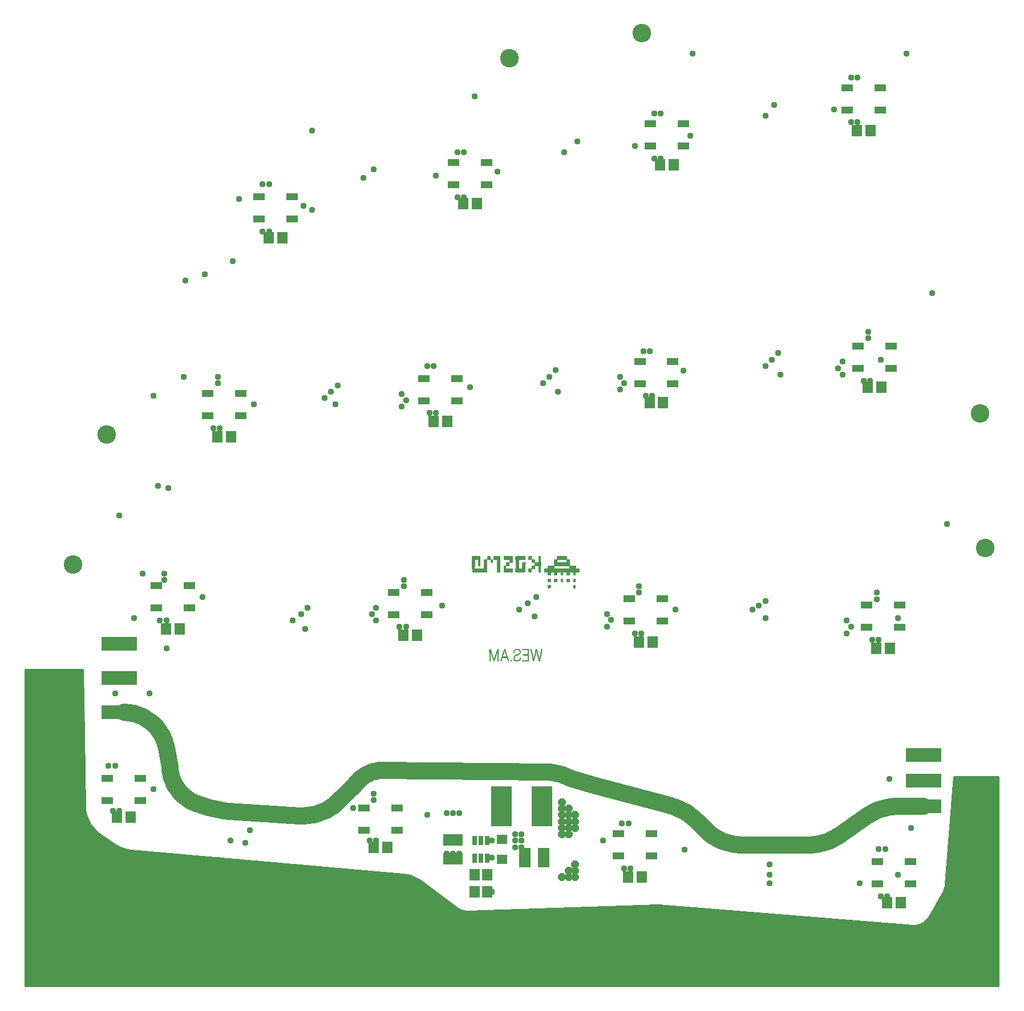
<source format=gbs>
G75*
G70*
%OFA0B0*%
%FSLAX24Y24*%
%IPPOS*%
%LPD*%
%AMOC8*
5,1,8,0,0,1.08239X$1,22.5*
%
%ADD10C,0.1080*%
%ADD11C,0.0100*%
%ADD12C,0.1000*%
%ADD13R,0.0160X0.0010*%
%ADD14R,0.0210X0.0010*%
%ADD15R,0.0170X0.0010*%
%ADD16R,0.2040X0.0010*%
%ADD17R,0.0120X0.0010*%
%ADD18R,0.0130X0.0010*%
%ADD19R,0.0500X0.0010*%
%ADD20R,0.0540X0.0010*%
%ADD21R,0.0880X0.0010*%
%ADD22R,0.0590X0.0010*%
%ADD23R,0.0370X0.0010*%
%ADD24R,0.0920X0.0010*%
%ADD25R,0.0580X0.0010*%
%ADD26R,0.0380X0.0010*%
%ADD27R,0.0550X0.0010*%
%ADD28R,0.0340X0.0010*%
%ADD29R,0.0010X0.0010*%
%ADD30R,0.0070X0.0010*%
%ADD31R,0.0050X0.0010*%
%ADD32R,0.0060X0.0010*%
%ADD33R,0.0040X0.0010*%
%ADD34R,0.0230X0.0010*%
%ADD35R,0.0260X0.0010*%
%ADD36R,0.0280X0.0010*%
%ADD37R,0.0080X0.0010*%
%ADD38R,0.0110X0.0010*%
%ADD39R,0.0100X0.0010*%
%ADD40R,0.0090X0.0010*%
%ADD41R,0.0360X0.0010*%
%ADD42R,0.0030X0.0010*%
%ADD43R,0.0350X0.0010*%
%ADD44R,0.0150X0.0010*%
%ADD45R,0.0330X0.0010*%
%ADD46R,0.0240X0.0010*%
%ADD47R,0.0671X0.0434*%
%ADD48R,0.0592X0.0710*%
%ADD49R,0.2080X0.0800*%
%ADD50R,0.0297X0.0552*%
%ADD51R,0.1222X0.2324*%
%ADD52R,0.0631X0.0552*%
%ADD53R,0.0710X0.1143*%
%ADD54R,0.1143X0.0710*%
%ADD55OC8,0.0358*%
%ADD56OC8,0.0437*%
%ADD57OC8,0.0476*%
D10*
X026281Y004583D03*
X034113Y003716D03*
X058744Y026747D03*
X058444Y034613D03*
X038680Y056844D03*
X030947Y055378D03*
X007416Y033380D03*
X005450Y025781D03*
D11*
X002650Y019650D02*
X002650Y001150D01*
X059525Y001150D01*
X059525Y013400D01*
X056900Y013400D01*
X056417Y007118D01*
X056396Y006976D01*
X056354Y006839D01*
X056294Y006709D01*
X055463Y005213D01*
X055385Y005093D01*
X055290Y004986D01*
X055181Y004893D01*
X055061Y004817D01*
X054930Y004759D01*
X054793Y004720D01*
X054651Y004700D01*
X054508Y004702D01*
X039650Y005900D01*
X028497Y005536D01*
X028364Y005541D01*
X028232Y005563D01*
X028104Y005603D01*
X027983Y005660D01*
X027870Y005732D01*
X025727Y007316D01*
X025544Y007436D01*
X025349Y007536D01*
X025144Y007613D01*
X024932Y007668D01*
X024714Y007699D01*
X008812Y009103D01*
X008604Y009132D01*
X008399Y009183D01*
X008202Y009256D01*
X008013Y009349D01*
X007835Y009461D01*
X006982Y010063D01*
X006798Y010209D01*
X006633Y010377D01*
X006488Y010563D01*
X006366Y010764D01*
X006269Y010978D01*
X006198Y011203D01*
X006153Y011434D01*
X006136Y011669D01*
X006025Y019650D01*
X002650Y019650D01*
X002650Y019577D02*
X006026Y019577D01*
X006027Y019479D02*
X002650Y019479D01*
X002650Y019380D02*
X006029Y019380D01*
X006030Y019282D02*
X002650Y019282D01*
X002650Y019183D02*
X006031Y019183D01*
X006033Y019085D02*
X002650Y019085D01*
X002650Y018986D02*
X006034Y018986D01*
X006036Y018888D02*
X002650Y018888D01*
X002650Y018789D02*
X006037Y018789D01*
X006038Y018691D02*
X002650Y018691D01*
X002650Y018592D02*
X006040Y018592D01*
X006041Y018494D02*
X002650Y018494D01*
X002650Y018395D02*
X006042Y018395D01*
X006044Y018297D02*
X002650Y018297D01*
X002650Y018198D02*
X006045Y018198D01*
X006047Y018100D02*
X002650Y018100D01*
X002650Y018001D02*
X006048Y018001D01*
X006049Y017903D02*
X002650Y017903D01*
X002650Y017804D02*
X006051Y017804D01*
X006052Y017706D02*
X002650Y017706D01*
X002650Y017607D02*
X006053Y017607D01*
X006055Y017509D02*
X002650Y017509D01*
X002650Y017410D02*
X006056Y017410D01*
X006057Y017312D02*
X002650Y017312D01*
X002650Y017213D02*
X006059Y017213D01*
X006060Y017115D02*
X002650Y017115D01*
X002650Y017016D02*
X006062Y017016D01*
X006063Y016918D02*
X002650Y016918D01*
X002650Y016819D02*
X006064Y016819D01*
X006066Y016721D02*
X002650Y016721D01*
X002650Y016622D02*
X006067Y016622D01*
X006068Y016524D02*
X002650Y016524D01*
X002650Y016425D02*
X006070Y016425D01*
X006071Y016327D02*
X002650Y016327D01*
X002650Y016228D02*
X006073Y016228D01*
X006074Y016130D02*
X002650Y016130D01*
X002650Y016031D02*
X006075Y016031D01*
X006077Y015933D02*
X002650Y015933D01*
X002650Y015834D02*
X006078Y015834D01*
X006079Y015736D02*
X002650Y015736D01*
X002650Y015637D02*
X006081Y015637D01*
X006082Y015539D02*
X002650Y015539D01*
X002650Y015440D02*
X006083Y015440D01*
X006085Y015342D02*
X002650Y015342D01*
X002650Y015243D02*
X006086Y015243D01*
X006088Y015145D02*
X002650Y015145D01*
X002650Y015046D02*
X006089Y015046D01*
X006090Y014948D02*
X002650Y014948D01*
X002650Y014849D02*
X006092Y014849D01*
X006093Y014751D02*
X002650Y014751D01*
X002650Y014652D02*
X006094Y014652D01*
X006096Y014554D02*
X002650Y014554D01*
X002650Y014455D02*
X006097Y014455D01*
X006099Y014357D02*
X002650Y014357D01*
X002650Y014258D02*
X006100Y014258D01*
X006101Y014160D02*
X002650Y014160D01*
X002650Y014061D02*
X006103Y014061D01*
X006104Y013963D02*
X002650Y013963D01*
X002650Y013864D02*
X006105Y013864D01*
X006107Y013766D02*
X002650Y013766D01*
X002650Y013667D02*
X006108Y013667D01*
X006109Y013569D02*
X002650Y013569D01*
X002650Y013470D02*
X006111Y013470D01*
X006112Y013372D02*
X002650Y013372D01*
X002650Y013273D02*
X006114Y013273D01*
X006115Y013175D02*
X002650Y013175D01*
X002650Y013076D02*
X006116Y013076D01*
X006118Y012978D02*
X002650Y012978D01*
X002650Y012879D02*
X006119Y012879D01*
X006120Y012781D02*
X002650Y012781D01*
X002650Y012682D02*
X006122Y012682D01*
X006123Y012584D02*
X002650Y012584D01*
X002650Y012485D02*
X006125Y012485D01*
X006126Y012387D02*
X002650Y012387D01*
X002650Y012288D02*
X006127Y012288D01*
X006129Y012190D02*
X002650Y012190D01*
X002650Y012091D02*
X006130Y012091D01*
X006131Y011993D02*
X002650Y011993D01*
X002650Y011894D02*
X006133Y011894D01*
X006134Y011796D02*
X002650Y011796D01*
X002650Y011697D02*
X006135Y011697D01*
X006141Y011599D02*
X002650Y011599D01*
X002650Y011500D02*
X006148Y011500D01*
X006159Y011402D02*
X002650Y011402D01*
X002650Y011303D02*
X006178Y011303D01*
X006197Y011205D02*
X002650Y011205D01*
X002650Y011106D02*
X006228Y011106D01*
X006260Y011008D02*
X002650Y011008D01*
X002650Y010909D02*
X006300Y010909D01*
X006345Y010811D02*
X002650Y010811D01*
X002650Y010712D02*
X006398Y010712D01*
X006457Y010614D02*
X002650Y010614D01*
X002650Y010515D02*
X006525Y010515D01*
X006602Y010417D02*
X002650Y010417D01*
X002650Y010318D02*
X006691Y010318D01*
X006788Y010220D02*
X002650Y010220D01*
X002650Y010121D02*
X006909Y010121D01*
X007039Y010023D02*
X002650Y010023D01*
X002650Y009924D02*
X007178Y009924D01*
X007318Y009826D02*
X002650Y009826D01*
X002650Y009727D02*
X007458Y009727D01*
X007597Y009629D02*
X002650Y009629D01*
X002650Y009530D02*
X007737Y009530D01*
X007881Y009432D02*
X002650Y009432D01*
X002650Y009333D02*
X008045Y009333D01*
X008260Y009235D02*
X002650Y009235D01*
X002650Y009136D02*
X008588Y009136D01*
X009550Y009038D02*
X002650Y009038D01*
X002650Y008939D02*
X010666Y008939D01*
X011782Y008841D02*
X002650Y008841D01*
X002650Y008742D02*
X012899Y008742D01*
X014015Y008644D02*
X002650Y008644D01*
X002650Y008545D02*
X015131Y008545D01*
X016248Y008447D02*
X002650Y008447D01*
X002650Y008348D02*
X017364Y008348D01*
X018480Y008250D02*
X002650Y008250D01*
X002650Y008151D02*
X019597Y008151D01*
X020713Y008053D02*
X002650Y008053D01*
X002650Y007954D02*
X021829Y007954D01*
X022946Y007856D02*
X002650Y007856D01*
X002650Y007757D02*
X024062Y007757D01*
X024969Y007659D02*
X002650Y007659D01*
X002650Y007560D02*
X025285Y007560D01*
X025494Y007462D02*
X002650Y007462D01*
X002650Y007363D02*
X025655Y007363D01*
X025797Y007265D02*
X002650Y007265D01*
X002650Y007166D02*
X025930Y007166D01*
X026063Y007068D02*
X002650Y007068D01*
X002650Y006969D02*
X026196Y006969D01*
X026330Y006871D02*
X002650Y006871D01*
X002650Y006772D02*
X026463Y006772D01*
X026596Y006674D02*
X002650Y006674D01*
X002650Y006575D02*
X026729Y006575D01*
X026863Y006477D02*
X002650Y006477D01*
X002650Y006378D02*
X026996Y006378D01*
X027129Y006280D02*
X002650Y006280D01*
X002650Y006181D02*
X027262Y006181D01*
X027396Y006083D02*
X002650Y006083D01*
X002650Y005984D02*
X027529Y005984D01*
X027662Y005886D02*
X002650Y005886D01*
X002650Y005787D02*
X027796Y005787D01*
X027938Y005689D02*
X002650Y005689D01*
X002650Y005590D02*
X028146Y005590D01*
X030144Y005590D02*
X043494Y005590D01*
X044715Y005492D02*
X002650Y005492D01*
X002650Y005393D02*
X045937Y005393D01*
X047158Y005295D02*
X002650Y005295D01*
X002650Y005196D02*
X048379Y005196D01*
X049601Y005098D02*
X002650Y005098D01*
X002650Y004999D02*
X050822Y004999D01*
X052044Y004901D02*
X002650Y004901D01*
X002650Y004802D02*
X053265Y004802D01*
X054487Y004704D02*
X002650Y004704D01*
X002650Y004605D02*
X059525Y004605D01*
X059525Y004507D02*
X002650Y004507D01*
X002650Y004408D02*
X059525Y004408D01*
X059525Y004310D02*
X002650Y004310D01*
X002650Y004211D02*
X059525Y004211D01*
X059525Y004113D02*
X002650Y004113D01*
X002650Y004014D02*
X059525Y004014D01*
X059525Y003916D02*
X002650Y003916D01*
X002650Y003817D02*
X059525Y003817D01*
X059525Y003719D02*
X002650Y003719D01*
X002650Y003620D02*
X059525Y003620D01*
X059525Y003522D02*
X002650Y003522D01*
X002650Y003423D02*
X059525Y003423D01*
X059525Y003325D02*
X002650Y003325D01*
X002650Y003226D02*
X059525Y003226D01*
X059525Y003128D02*
X002650Y003128D01*
X002650Y003029D02*
X059525Y003029D01*
X059525Y002931D02*
X002650Y002931D01*
X002650Y002832D02*
X059525Y002832D01*
X059525Y002734D02*
X002650Y002734D01*
X002650Y002635D02*
X059525Y002635D01*
X059525Y002537D02*
X002650Y002537D01*
X002650Y002438D02*
X059525Y002438D01*
X059525Y002340D02*
X002650Y002340D01*
X002650Y002241D02*
X059525Y002241D01*
X059525Y002143D02*
X002650Y002143D01*
X002650Y002044D02*
X059525Y002044D01*
X059525Y001946D02*
X002650Y001946D01*
X002650Y001847D02*
X059525Y001847D01*
X059525Y001749D02*
X002650Y001749D01*
X002650Y001650D02*
X059525Y001650D01*
X059525Y001551D02*
X002650Y001551D01*
X002650Y001453D02*
X059525Y001453D01*
X059525Y001354D02*
X002650Y001354D01*
X002650Y001256D02*
X059525Y001256D01*
X059525Y001157D02*
X002650Y001157D01*
X033164Y005689D02*
X042272Y005689D01*
X041051Y005787D02*
X036185Y005787D01*
X039206Y005886D02*
X039830Y005886D01*
X054674Y004704D02*
X059525Y004704D01*
X059525Y004802D02*
X055027Y004802D01*
X055190Y004901D02*
X059525Y004901D01*
X059525Y004999D02*
X055302Y004999D01*
X055387Y005098D02*
X059525Y005098D01*
X059525Y005196D02*
X055452Y005196D01*
X055508Y005295D02*
X059525Y005295D01*
X059525Y005393D02*
X055563Y005393D01*
X055618Y005492D02*
X059525Y005492D01*
X059525Y005590D02*
X055672Y005590D01*
X055727Y005689D02*
X059525Y005689D01*
X059525Y005787D02*
X055782Y005787D01*
X055836Y005886D02*
X059525Y005886D01*
X059525Y005984D02*
X055891Y005984D01*
X055946Y006083D02*
X059525Y006083D01*
X059525Y006181D02*
X056001Y006181D01*
X056055Y006280D02*
X059525Y006280D01*
X059525Y006378D02*
X056110Y006378D01*
X056165Y006477D02*
X059525Y006477D01*
X059525Y006575D02*
X056219Y006575D01*
X056274Y006674D02*
X059525Y006674D01*
X059525Y006772D02*
X056323Y006772D01*
X056364Y006871D02*
X059525Y006871D01*
X059525Y006969D02*
X056393Y006969D01*
X056409Y007068D02*
X059525Y007068D01*
X059525Y007166D02*
X056420Y007166D01*
X056428Y007265D02*
X059525Y007265D01*
X059525Y007363D02*
X056436Y007363D01*
X056443Y007462D02*
X059525Y007462D01*
X059525Y007560D02*
X056451Y007560D01*
X056458Y007659D02*
X059525Y007659D01*
X059525Y007757D02*
X056466Y007757D01*
X056474Y007856D02*
X059525Y007856D01*
X059525Y007954D02*
X056481Y007954D01*
X056489Y008053D02*
X059525Y008053D01*
X059525Y008151D02*
X056496Y008151D01*
X056504Y008250D02*
X059525Y008250D01*
X059525Y008348D02*
X056511Y008348D01*
X056519Y008447D02*
X059525Y008447D01*
X059525Y008545D02*
X056527Y008545D01*
X056534Y008644D02*
X059525Y008644D01*
X059525Y008742D02*
X056542Y008742D01*
X056549Y008841D02*
X059525Y008841D01*
X059525Y008939D02*
X056557Y008939D01*
X056564Y009038D02*
X059525Y009038D01*
X059525Y009136D02*
X056572Y009136D01*
X056580Y009235D02*
X059525Y009235D01*
X059525Y009333D02*
X056587Y009333D01*
X056595Y009432D02*
X059525Y009432D01*
X059525Y009530D02*
X056602Y009530D01*
X056610Y009629D02*
X059525Y009629D01*
X059525Y009727D02*
X056617Y009727D01*
X056625Y009826D02*
X059525Y009826D01*
X059525Y009924D02*
X056633Y009924D01*
X056640Y010023D02*
X059525Y010023D01*
X059525Y010121D02*
X056648Y010121D01*
X056655Y010220D02*
X059525Y010220D01*
X059525Y010318D02*
X056663Y010318D01*
X056671Y010417D02*
X059525Y010417D01*
X059525Y010515D02*
X056678Y010515D01*
X056686Y010614D02*
X059525Y010614D01*
X059525Y010712D02*
X056693Y010712D01*
X056701Y010811D02*
X059525Y010811D01*
X059525Y010909D02*
X056708Y010909D01*
X056716Y011008D02*
X059525Y011008D01*
X059525Y011106D02*
X056724Y011106D01*
X056731Y011205D02*
X059525Y011205D01*
X059525Y011303D02*
X056739Y011303D01*
X056746Y011402D02*
X059525Y011402D01*
X059525Y011500D02*
X056754Y011500D01*
X056761Y011599D02*
X059525Y011599D01*
X059525Y011697D02*
X056769Y011697D01*
X056777Y011796D02*
X059525Y011796D01*
X059525Y011894D02*
X056784Y011894D01*
X056792Y011993D02*
X059525Y011993D01*
X059525Y012091D02*
X056799Y012091D01*
X056807Y012190D02*
X059525Y012190D01*
X059525Y012288D02*
X056814Y012288D01*
X056822Y012387D02*
X059525Y012387D01*
X059525Y012485D02*
X056830Y012485D01*
X056837Y012584D02*
X059525Y012584D01*
X059525Y012682D02*
X056845Y012682D01*
X056852Y012781D02*
X059525Y012781D01*
X059525Y012879D02*
X056860Y012879D01*
X056868Y012978D02*
X059525Y012978D01*
X059525Y013076D02*
X056875Y013076D01*
X056883Y013175D02*
X059525Y013175D01*
X059525Y013273D02*
X056890Y013273D01*
X056898Y013372D02*
X059525Y013372D01*
D12*
X055150Y011650D02*
X053587Y011650D01*
X051879Y011117D02*
X050171Y009933D01*
X048463Y009400D02*
X044518Y009400D01*
X042396Y010279D02*
X041898Y010777D01*
X040289Y011712D02*
X035976Y012862D01*
X034595Y013259D01*
X033146Y013664D02*
X023308Y013746D01*
X021868Y012868D02*
X020979Y011979D01*
X018678Y011106D02*
X014592Y011373D01*
X012735Y011803D02*
X012387Y011931D01*
X011096Y013966D02*
X010900Y015058D01*
X010900Y015059D02*
X010876Y015178D01*
X010845Y015296D01*
X010810Y015413D01*
X010768Y015528D01*
X010722Y015641D01*
X010669Y015751D01*
X010612Y015859D01*
X010549Y015963D01*
X010482Y016065D01*
X010410Y016163D01*
X010333Y016258D01*
X010251Y016349D01*
X010166Y016436D01*
X010076Y016519D01*
X009982Y016597D01*
X009885Y016671D01*
X009785Y016739D01*
X009681Y016804D01*
X009574Y016862D01*
X009464Y016916D01*
X009352Y016965D01*
X009238Y017008D01*
X009122Y017045D01*
X009004Y017077D01*
X008885Y017103D01*
X008765Y017124D01*
X008644Y017138D01*
X008522Y017147D01*
X008400Y017150D01*
X011096Y013966D02*
X011104Y013851D01*
X011118Y013737D01*
X011136Y013624D01*
X011160Y013512D01*
X011189Y013401D01*
X011224Y013292D01*
X011263Y013184D01*
X011308Y013079D01*
X011358Y012975D01*
X011412Y012874D01*
X011471Y012776D01*
X011535Y012681D01*
X011603Y012589D01*
X011675Y012500D01*
X011752Y012414D01*
X011832Y012333D01*
X011917Y012255D01*
X012004Y012181D01*
X012096Y012112D01*
X012190Y012047D01*
X012287Y011986D01*
X012387Y011930D01*
X012735Y011803D02*
X013034Y011694D01*
X013339Y011599D01*
X013648Y011520D01*
X013960Y011456D01*
X014275Y011407D01*
X014592Y011373D01*
X018678Y011105D02*
X018819Y011100D01*
X018960Y011102D01*
X019101Y011110D01*
X019241Y011125D01*
X019380Y011146D01*
X019518Y011174D01*
X019655Y011208D01*
X019790Y011248D01*
X019922Y011295D01*
X020053Y011348D01*
X020181Y011407D01*
X020306Y011472D01*
X020428Y011543D01*
X020546Y011620D01*
X020660Y011702D01*
X020771Y011789D01*
X020877Y011881D01*
X020979Y011979D01*
X021868Y012867D02*
X021929Y012949D01*
X021994Y013028D01*
X022063Y013103D01*
X022135Y013175D01*
X022210Y013244D01*
X022289Y013308D01*
X022370Y013370D01*
X022455Y013427D01*
X022542Y013480D01*
X022631Y013529D01*
X022723Y013573D01*
X022817Y013613D01*
X022912Y013649D01*
X023009Y013680D01*
X023108Y013706D01*
X023207Y013728D01*
X023308Y013745D01*
X033146Y013664D02*
X033314Y013649D01*
X033480Y013626D01*
X033646Y013596D01*
X033810Y013558D01*
X033972Y013513D01*
X034132Y013460D01*
X034290Y013400D01*
X034444Y013333D01*
X034595Y013258D01*
X040289Y011712D02*
X040440Y011671D01*
X040590Y011622D01*
X040737Y011567D01*
X040881Y011505D01*
X041023Y011436D01*
X041160Y011360D01*
X041294Y011278D01*
X041424Y011189D01*
X041550Y011095D01*
X041671Y010994D01*
X041787Y010888D01*
X041898Y010777D01*
X042397Y010279D02*
X042497Y010183D01*
X042601Y010092D01*
X042710Y010006D01*
X042823Y009925D01*
X042939Y009849D01*
X043058Y009779D01*
X043181Y009715D01*
X043306Y009656D01*
X043434Y009603D01*
X043565Y009556D01*
X043697Y009515D01*
X043831Y009480D01*
X043967Y009451D01*
X044104Y009429D01*
X044241Y009413D01*
X044379Y009403D01*
X044518Y009400D01*
X048463Y009400D02*
X048603Y009403D01*
X048742Y009413D01*
X048881Y009429D01*
X049019Y009452D01*
X049155Y009481D01*
X049291Y009516D01*
X049424Y009558D01*
X049555Y009606D01*
X049684Y009660D01*
X049810Y009720D01*
X049934Y009785D01*
X050054Y009857D01*
X050171Y009933D01*
X051879Y011117D02*
X051996Y011193D01*
X052116Y011265D01*
X052240Y011330D01*
X052366Y011390D01*
X052495Y011444D01*
X052626Y011492D01*
X052759Y011534D01*
X052895Y011569D01*
X053031Y011598D01*
X053169Y011621D01*
X053308Y011637D01*
X053447Y011647D01*
X053587Y011650D01*
D13*
X034755Y024400D03*
X034755Y024410D03*
X034755Y024420D03*
X034755Y024430D03*
X034755Y024440D03*
X034755Y024450D03*
X034755Y024460D03*
X034755Y024470D03*
X034755Y024480D03*
X034755Y024490D03*
X034755Y024500D03*
X034755Y024510D03*
X034755Y024520D03*
X034755Y024530D03*
X034755Y024540D03*
X034755Y024550D03*
X034755Y024770D03*
X034755Y024780D03*
X034755Y024790D03*
X034755Y024800D03*
X034755Y024810D03*
X034755Y024820D03*
X034755Y024830D03*
X034755Y024840D03*
X034755Y024850D03*
X034755Y024860D03*
X034755Y024870D03*
X034755Y024880D03*
X034755Y024890D03*
X034755Y024900D03*
X034755Y024910D03*
X034755Y024920D03*
X034755Y024930D03*
X034755Y025150D03*
X034755Y025160D03*
X034755Y025170D03*
X034755Y025180D03*
X034755Y025190D03*
X034755Y025200D03*
X034755Y025210D03*
X034755Y025220D03*
X034755Y025230D03*
X034755Y025240D03*
X034755Y025250D03*
X034755Y025260D03*
X034755Y025270D03*
X034755Y025280D03*
X034755Y025290D03*
X034755Y025300D03*
X034005Y025300D03*
X034005Y025290D03*
X034005Y025280D03*
X034005Y025270D03*
X034005Y025260D03*
X034005Y025250D03*
X034005Y025240D03*
X034005Y025230D03*
X034005Y025220D03*
X034005Y025210D03*
X034005Y025200D03*
X034005Y025190D03*
X034005Y025180D03*
X034005Y025170D03*
X034005Y025160D03*
X034005Y025150D03*
X034005Y024930D03*
X034005Y024920D03*
X034005Y024910D03*
X034005Y024900D03*
X034005Y024890D03*
X034005Y024880D03*
X034005Y024870D03*
X034005Y024860D03*
X034005Y024850D03*
X034005Y024840D03*
X034005Y024830D03*
X034005Y024820D03*
X034005Y024810D03*
X034005Y024800D03*
X034005Y024790D03*
X034005Y024780D03*
X034005Y024770D03*
X033255Y024430D03*
X033255Y024420D03*
X033255Y024410D03*
X033255Y024400D03*
X032715Y025360D03*
X032715Y025370D03*
X032715Y025380D03*
X032715Y025390D03*
X032715Y025400D03*
X032715Y025410D03*
X032715Y025420D03*
X032715Y025430D03*
X032715Y025440D03*
X032715Y025450D03*
X032715Y025460D03*
X032715Y025470D03*
X032715Y025480D03*
X032715Y025490D03*
X032715Y025500D03*
X032715Y025510D03*
X032715Y025520D03*
X032715Y025530D03*
X032715Y025540D03*
X032715Y025550D03*
X032715Y025560D03*
X032715Y025570D03*
X032715Y025580D03*
X032715Y025590D03*
X032715Y025600D03*
X032715Y025610D03*
X032715Y025620D03*
X032715Y025630D03*
X032715Y025640D03*
X032715Y025650D03*
X032715Y025660D03*
X032715Y025670D03*
X032715Y025680D03*
X032715Y025900D03*
X032715Y025910D03*
X032715Y025920D03*
X032715Y025930D03*
X032715Y025940D03*
X032715Y025950D03*
X032715Y025960D03*
X032715Y025970D03*
X032715Y025980D03*
X032715Y025990D03*
X032715Y026000D03*
X032715Y026010D03*
X032715Y026020D03*
X032715Y026030D03*
X032715Y026040D03*
X032715Y026050D03*
X032715Y026060D03*
X032715Y026070D03*
X032715Y026080D03*
X032715Y026090D03*
X032715Y026100D03*
X032715Y026110D03*
X032715Y026120D03*
X032715Y026130D03*
X032715Y026140D03*
X032715Y026150D03*
X032715Y026160D03*
X032715Y026170D03*
X032715Y026180D03*
X032715Y026190D03*
X032715Y026200D03*
X032715Y026210D03*
X032715Y026220D03*
X032715Y026230D03*
X032715Y026240D03*
X032715Y026250D03*
X032715Y026260D03*
X030675Y025680D03*
X030675Y025670D03*
X030675Y025660D03*
X030675Y025650D03*
X030675Y025640D03*
X030675Y025630D03*
X030675Y025620D03*
X030675Y025610D03*
X030675Y025600D03*
X030675Y025590D03*
X030675Y025580D03*
X030675Y025570D03*
X030675Y025560D03*
X030675Y025550D03*
X030675Y025540D03*
X030675Y025530D03*
X030675Y025520D03*
X029925Y025900D03*
X029925Y025910D03*
X029925Y025920D03*
X029925Y025930D03*
X029925Y025940D03*
X029925Y025950D03*
X029925Y025960D03*
X029925Y025970D03*
X029925Y025980D03*
X029925Y025990D03*
X029925Y026000D03*
X029925Y026010D03*
X029925Y026020D03*
X029925Y026030D03*
X029925Y026040D03*
X029925Y026050D03*
X029175Y026050D03*
X029175Y026040D03*
X029175Y026030D03*
X029175Y026020D03*
X029175Y026010D03*
X029175Y026000D03*
X029175Y025990D03*
X029175Y025980D03*
X029175Y025970D03*
X029175Y025960D03*
X029175Y025950D03*
X029175Y025940D03*
X029175Y025930D03*
X029175Y025920D03*
X029175Y025910D03*
X029175Y025900D03*
X029175Y025890D03*
X029175Y025880D03*
X029175Y025870D03*
X029175Y025860D03*
X029175Y025850D03*
X029175Y025840D03*
X029175Y025830D03*
X029175Y025820D03*
X029175Y025810D03*
X029175Y025800D03*
X029175Y025790D03*
X029175Y025780D03*
X029175Y025770D03*
X029175Y025760D03*
X029175Y025750D03*
X029175Y025740D03*
X029175Y025730D03*
X029175Y025720D03*
X029175Y025710D03*
X029175Y025700D03*
X029175Y025690D03*
D14*
X029740Y026060D03*
X029740Y026070D03*
X029740Y026080D03*
X029740Y026090D03*
X029740Y026100D03*
X029740Y026110D03*
X029740Y026120D03*
X029740Y026130D03*
X029740Y026140D03*
X029740Y026150D03*
X029740Y026160D03*
X029740Y026170D03*
X029740Y026180D03*
X029740Y026190D03*
X029740Y026200D03*
X029740Y026210D03*
X029740Y026220D03*
X031030Y026050D03*
X031030Y026040D03*
X031030Y026030D03*
X031030Y026020D03*
X031030Y026010D03*
X031030Y026000D03*
X031030Y025990D03*
X031030Y025980D03*
X031030Y025970D03*
X031030Y025960D03*
X031030Y025950D03*
X031030Y025940D03*
X031030Y025930D03*
X031030Y025920D03*
X031030Y025910D03*
X031030Y025900D03*
X031400Y025900D03*
X031400Y025910D03*
X031400Y025920D03*
X031400Y025930D03*
X031400Y025940D03*
X031400Y025950D03*
X031400Y025960D03*
X031400Y025970D03*
X031400Y025980D03*
X031400Y025990D03*
X031400Y026000D03*
X031400Y026010D03*
X031400Y026020D03*
X031400Y026030D03*
X031400Y026040D03*
X031400Y026050D03*
X031400Y025890D03*
X031400Y025880D03*
X031400Y025870D03*
X031400Y025860D03*
X031400Y025850D03*
X031400Y025840D03*
X031400Y025830D03*
X031400Y025820D03*
X031400Y025810D03*
X031400Y025800D03*
X031400Y025790D03*
X031400Y025780D03*
X031400Y025770D03*
X031400Y025760D03*
X031400Y025750D03*
X031400Y025740D03*
X031400Y025730D03*
X031400Y025720D03*
X031400Y025710D03*
X031400Y025700D03*
X031400Y025690D03*
X031400Y025680D03*
X031400Y025670D03*
X031400Y025660D03*
X031400Y025650D03*
X031400Y025640D03*
X031400Y025630D03*
X031400Y025620D03*
X031400Y025610D03*
X031400Y025600D03*
X031400Y025590D03*
X031400Y025580D03*
X031400Y025570D03*
X031400Y025560D03*
X031400Y025550D03*
X031400Y025540D03*
X031400Y025530D03*
X031400Y025520D03*
X031780Y025520D03*
X031780Y025530D03*
X031780Y025540D03*
X031780Y025550D03*
X031780Y025560D03*
X031780Y025570D03*
X031780Y025580D03*
X031780Y025590D03*
X031780Y025600D03*
X031780Y025610D03*
X031780Y025620D03*
X031780Y025630D03*
X031780Y025640D03*
X031780Y025650D03*
X031780Y025660D03*
X031780Y025670D03*
X031780Y025680D03*
X031780Y025690D03*
X031780Y025700D03*
X031780Y025710D03*
X031780Y025720D03*
X031780Y025730D03*
X031780Y025740D03*
X031780Y025750D03*
X031780Y025760D03*
X031780Y025770D03*
X031780Y025780D03*
X031780Y025790D03*
X031780Y025800D03*
X031780Y025810D03*
X031780Y025820D03*
X031780Y025830D03*
X031780Y025840D03*
X031780Y025850D03*
X032150Y026060D03*
X032150Y026070D03*
X032150Y026080D03*
X032150Y026090D03*
X032150Y026100D03*
X032150Y026110D03*
X032150Y026120D03*
X032150Y026130D03*
X032150Y026140D03*
X032150Y026150D03*
X032150Y026160D03*
X032150Y026170D03*
X032150Y026180D03*
X032150Y026190D03*
X032150Y026200D03*
X032150Y026210D03*
X032150Y026220D03*
X032150Y025510D03*
X032150Y025500D03*
X032150Y025490D03*
X032150Y025480D03*
X032150Y025470D03*
X032150Y025460D03*
X032150Y025450D03*
X032150Y025440D03*
X032150Y025430D03*
X032150Y025420D03*
X032150Y025410D03*
X032150Y025400D03*
X032150Y025390D03*
X032150Y025380D03*
X032150Y025370D03*
X032150Y025360D03*
X033280Y025300D03*
X033280Y025290D03*
X033280Y025280D03*
X033280Y025270D03*
X033280Y025260D03*
X033280Y025250D03*
X033280Y025240D03*
X033280Y025230D03*
X033280Y025220D03*
X033280Y025210D03*
X033280Y025200D03*
X033280Y025190D03*
X033280Y025180D03*
X033280Y025170D03*
X033280Y025160D03*
X033280Y025150D03*
X033280Y024930D03*
X033280Y024920D03*
X033280Y024910D03*
X033280Y024900D03*
X033280Y024890D03*
X033280Y024880D03*
X033280Y024870D03*
X033280Y024860D03*
X033280Y024850D03*
X033280Y024840D03*
X033280Y024830D03*
X033280Y024820D03*
X033280Y024810D03*
X033280Y024800D03*
X033280Y024790D03*
X033280Y024780D03*
X033280Y024770D03*
X033280Y024550D03*
X033280Y024540D03*
X033280Y024530D03*
X033280Y024520D03*
X033280Y024510D03*
X033280Y024500D03*
X033280Y024490D03*
X033280Y024480D03*
X033280Y024470D03*
X033280Y024460D03*
X033280Y024450D03*
X033280Y024440D03*
X031400Y020820D03*
D15*
X031390Y020830D03*
X031390Y020130D03*
X033630Y024770D03*
X033630Y024780D03*
X033630Y024790D03*
X033630Y024800D03*
X033630Y024810D03*
X033630Y024820D03*
X033630Y024830D03*
X033630Y024840D03*
X033630Y024850D03*
X033630Y024860D03*
X033630Y024870D03*
X033630Y024880D03*
X033630Y024890D03*
X033630Y024900D03*
X033630Y024910D03*
X033630Y024920D03*
X033630Y024930D03*
X033630Y025150D03*
X033630Y025160D03*
X033630Y025170D03*
X033630Y025180D03*
X033630Y025190D03*
X033630Y025200D03*
X033630Y025210D03*
X033630Y025220D03*
X033630Y025230D03*
X033630Y025240D03*
X033630Y025250D03*
X033630Y025260D03*
X033630Y025270D03*
X033630Y025280D03*
X033630Y025290D03*
X033630Y025300D03*
X033630Y025900D03*
X033630Y025910D03*
X033630Y025920D03*
X033630Y025930D03*
X033630Y025940D03*
X033630Y025950D03*
X033630Y025960D03*
X033630Y025970D03*
X033630Y025980D03*
X033630Y025990D03*
X033630Y026000D03*
X033630Y026010D03*
X033630Y026020D03*
X033630Y026030D03*
X033630Y026040D03*
X033630Y026050D03*
X034380Y026050D03*
X034380Y026040D03*
X034380Y026030D03*
X034380Y026020D03*
X034380Y026010D03*
X034380Y026000D03*
X034380Y025990D03*
X034380Y025980D03*
X034380Y025970D03*
X034380Y025960D03*
X034380Y025950D03*
X034380Y025940D03*
X034380Y025930D03*
X034380Y025920D03*
X034380Y025910D03*
X034380Y025900D03*
X034380Y025300D03*
X034380Y025290D03*
X034380Y025280D03*
X034380Y025270D03*
X034380Y025260D03*
X034380Y025250D03*
X034380Y025240D03*
X034380Y025230D03*
X034380Y025220D03*
X034380Y025210D03*
X034380Y025200D03*
X034380Y025190D03*
X034380Y025180D03*
X034380Y025170D03*
X034380Y025160D03*
X034380Y025150D03*
X034380Y024930D03*
X034380Y024920D03*
X034380Y024910D03*
X034380Y024900D03*
X034380Y024890D03*
X034380Y024880D03*
X034380Y024870D03*
X034380Y024860D03*
X034380Y024850D03*
X034380Y024840D03*
X034380Y024830D03*
X034380Y024820D03*
X034380Y024810D03*
X034380Y024800D03*
X034380Y024790D03*
X034380Y024780D03*
X034380Y024770D03*
X032340Y025520D03*
X032340Y025530D03*
X032340Y025540D03*
X032340Y025550D03*
X032340Y025560D03*
X032340Y025570D03*
X032340Y025580D03*
X032340Y025590D03*
X032340Y025600D03*
X032340Y025610D03*
X032340Y025620D03*
X032340Y025630D03*
X032340Y025640D03*
X032340Y025650D03*
X032340Y025660D03*
X032340Y025670D03*
X032340Y025680D03*
X032340Y025900D03*
X032340Y025910D03*
X032340Y025920D03*
X032340Y025930D03*
X032340Y025940D03*
X032340Y025950D03*
X032340Y025960D03*
X032340Y025970D03*
X032340Y025980D03*
X032340Y025990D03*
X032340Y026000D03*
X032340Y026010D03*
X032340Y026020D03*
X032340Y026030D03*
X032340Y026040D03*
X032340Y026050D03*
X032170Y026230D03*
X032170Y026240D03*
X032170Y026250D03*
X032170Y026260D03*
X031800Y025890D03*
X031800Y025880D03*
X031800Y025870D03*
X031800Y025860D03*
X030840Y025860D03*
X030840Y025870D03*
X030840Y025880D03*
X030840Y025890D03*
X030840Y025850D03*
X030840Y025840D03*
X030840Y025830D03*
X030840Y025820D03*
X030840Y025810D03*
X030840Y025800D03*
X030840Y025790D03*
X030840Y025780D03*
X030840Y025770D03*
X030840Y025760D03*
X030840Y025750D03*
X030840Y025740D03*
X030840Y025730D03*
X030840Y025720D03*
X030840Y025710D03*
X030840Y025700D03*
X030840Y025690D03*
X030300Y025690D03*
X030300Y025700D03*
X030300Y025710D03*
X030300Y025720D03*
X030300Y025730D03*
X030300Y025740D03*
X030300Y025750D03*
X030300Y025760D03*
X030300Y025770D03*
X030300Y025780D03*
X030300Y025790D03*
X030300Y025800D03*
X030300Y025810D03*
X030300Y025820D03*
X030300Y025830D03*
X030300Y025840D03*
X030300Y025850D03*
X030300Y025860D03*
X030300Y025870D03*
X030300Y025880D03*
X030300Y025890D03*
X030300Y025900D03*
X030300Y025910D03*
X030300Y025920D03*
X030300Y025930D03*
X030300Y025940D03*
X030300Y025950D03*
X030300Y025960D03*
X030300Y025970D03*
X030300Y025980D03*
X030300Y025990D03*
X030300Y026000D03*
X030300Y026010D03*
X030300Y026020D03*
X030300Y026030D03*
X030300Y026040D03*
X030300Y026050D03*
X030300Y025680D03*
X030300Y025670D03*
X030300Y025660D03*
X030300Y025650D03*
X030300Y025640D03*
X030300Y025630D03*
X030300Y025620D03*
X030300Y025610D03*
X030300Y025600D03*
X030300Y025590D03*
X030300Y025580D03*
X030300Y025570D03*
X030300Y025560D03*
X030300Y025550D03*
X030300Y025540D03*
X030300Y025530D03*
X030300Y025520D03*
X030300Y025510D03*
X030300Y025500D03*
X030300Y025490D03*
X030300Y025480D03*
X030300Y025470D03*
X030300Y025460D03*
X030300Y025450D03*
X030300Y025440D03*
X030300Y025430D03*
X030300Y025420D03*
X030300Y025410D03*
X030300Y025400D03*
X030300Y025390D03*
X030300Y025380D03*
X030300Y025370D03*
X030300Y025360D03*
X030300Y025350D03*
X030300Y025340D03*
X030300Y025330D03*
X030300Y025320D03*
X030300Y025310D03*
X029550Y025520D03*
X029550Y025530D03*
X029550Y025540D03*
X029550Y025550D03*
X029550Y025560D03*
X029550Y025570D03*
X029550Y025580D03*
X029550Y025590D03*
X029550Y025600D03*
X029550Y025610D03*
X029550Y025620D03*
X029550Y025630D03*
X029550Y025640D03*
X029550Y025650D03*
X029550Y025660D03*
X029550Y025670D03*
X029550Y025680D03*
X029550Y025690D03*
X029550Y025700D03*
X029550Y025710D03*
X029550Y025720D03*
X029550Y025730D03*
X029550Y025740D03*
X029550Y025750D03*
X029550Y025760D03*
X029550Y025770D03*
X029550Y025780D03*
X029550Y025790D03*
X029550Y025800D03*
X029550Y025810D03*
X029550Y025820D03*
X029550Y025830D03*
X029550Y025840D03*
X029550Y025850D03*
X029550Y025860D03*
X029550Y025870D03*
X029550Y025880D03*
X029550Y025890D03*
X029550Y025900D03*
X029550Y025910D03*
X029550Y025920D03*
X029550Y025930D03*
X029550Y025940D03*
X029550Y025950D03*
X029550Y025960D03*
X029550Y025970D03*
X029550Y025980D03*
X029550Y025990D03*
X029550Y026000D03*
X029550Y026010D03*
X029550Y026020D03*
X029550Y026030D03*
X029550Y026040D03*
X029550Y026050D03*
X028840Y026050D03*
X028840Y026040D03*
X028840Y026030D03*
X028840Y026020D03*
X028840Y026010D03*
X028840Y026000D03*
X028840Y025990D03*
X028840Y025980D03*
X028840Y025970D03*
X028840Y025960D03*
X028840Y025950D03*
X028840Y025940D03*
X028840Y025930D03*
X028840Y025920D03*
X028840Y025910D03*
X028840Y025900D03*
X028840Y025890D03*
X028840Y025880D03*
X028840Y025870D03*
X028840Y025860D03*
X028840Y025850D03*
X028840Y025840D03*
X028840Y025830D03*
X028840Y025820D03*
X028840Y025810D03*
X028840Y025800D03*
X028840Y025790D03*
X028840Y025780D03*
X028840Y025770D03*
X028840Y025760D03*
X028840Y025750D03*
X028840Y025740D03*
X028840Y025730D03*
X028840Y025720D03*
X028840Y025710D03*
X028840Y025700D03*
X028840Y025690D03*
X028840Y025680D03*
X028840Y025670D03*
X028840Y025660D03*
X028840Y025650D03*
X028840Y025640D03*
X028840Y025630D03*
X028840Y025620D03*
X028840Y025610D03*
X028840Y025550D03*
X028840Y025540D03*
X028840Y025530D03*
X028840Y025520D03*
D16*
X034025Y025510D03*
X034025Y025500D03*
X034025Y025490D03*
X034025Y025480D03*
X034025Y025470D03*
X034025Y025460D03*
X034025Y025450D03*
X034025Y025440D03*
X034025Y025430D03*
X034025Y025420D03*
X034025Y025410D03*
X034025Y025400D03*
X034025Y025390D03*
X034025Y025380D03*
X034025Y025370D03*
X034025Y025360D03*
X034025Y025350D03*
X034025Y025340D03*
X034025Y025330D03*
X034025Y025320D03*
X034025Y025310D03*
D17*
X032695Y025310D03*
X032695Y025320D03*
X032695Y025330D03*
X032695Y025340D03*
X032695Y025350D03*
X029735Y026230D03*
X029735Y026240D03*
X029735Y026250D03*
X029735Y026260D03*
D18*
X028820Y025600D03*
X028820Y025590D03*
X028820Y025580D03*
X028820Y025570D03*
X028820Y025560D03*
X032150Y025350D03*
X032150Y025340D03*
X032150Y025330D03*
X032150Y025320D03*
X032150Y025310D03*
X030670Y020730D03*
X031340Y020460D03*
X031420Y020500D03*
X031450Y020510D03*
D19*
X031585Y025310D03*
X031585Y025320D03*
X031585Y025330D03*
X031585Y025340D03*
X031585Y025350D03*
X029005Y026060D03*
X029005Y026070D03*
X029005Y026080D03*
X029005Y026090D03*
X029005Y026100D03*
X029005Y026110D03*
X029005Y026120D03*
X029005Y026130D03*
X029005Y026140D03*
X029005Y026150D03*
X029005Y026160D03*
X029005Y026170D03*
X029005Y026180D03*
X029005Y026190D03*
X029005Y026200D03*
X029005Y026210D03*
X029005Y026220D03*
X029005Y026230D03*
X029005Y026240D03*
X029005Y026250D03*
X029005Y026260D03*
D20*
X030865Y026260D03*
X030865Y026250D03*
X030865Y026240D03*
X030865Y026230D03*
X030865Y026220D03*
X030865Y026210D03*
X030865Y026200D03*
X030865Y026190D03*
X030865Y026180D03*
X030865Y026170D03*
X030865Y026160D03*
X030865Y026150D03*
X030865Y026140D03*
X030865Y026130D03*
X030865Y026120D03*
X030865Y026110D03*
X030865Y026100D03*
X030865Y026090D03*
X030865Y026080D03*
X030865Y026070D03*
X030865Y026060D03*
X030865Y025510D03*
X030865Y025500D03*
X030865Y025490D03*
X030865Y025480D03*
X030865Y025470D03*
X030865Y025460D03*
X030865Y025450D03*
X030865Y025440D03*
X030865Y025430D03*
X030865Y025420D03*
X030865Y025410D03*
X030865Y025400D03*
X030865Y025390D03*
X030865Y025380D03*
X030865Y025370D03*
X030865Y025360D03*
X030865Y025350D03*
X030865Y025340D03*
X030865Y025330D03*
X030865Y025320D03*
X030865Y025310D03*
X034025Y026230D03*
X034025Y026240D03*
X034025Y026250D03*
X034025Y026260D03*
D21*
X029195Y025510D03*
X029195Y025500D03*
X029195Y025490D03*
X029195Y025480D03*
X029195Y025470D03*
X029195Y025460D03*
X029195Y025450D03*
X029195Y025440D03*
X029195Y025430D03*
X029195Y025420D03*
X029195Y025410D03*
X029195Y025400D03*
X029195Y025390D03*
X029195Y025380D03*
X029195Y025370D03*
X029195Y025360D03*
X029195Y025350D03*
X029195Y025340D03*
X029195Y025330D03*
X029195Y025320D03*
X029195Y025310D03*
D22*
X031590Y025360D03*
X031590Y025370D03*
X031590Y025380D03*
X031590Y025390D03*
X031590Y025400D03*
X031590Y025410D03*
X031590Y025420D03*
X031590Y025430D03*
X031590Y025440D03*
X031590Y025450D03*
X031590Y025460D03*
X031590Y025470D03*
X031590Y025480D03*
X031590Y025490D03*
X031590Y025500D03*
X031590Y025510D03*
X031590Y026060D03*
X031590Y026070D03*
X031590Y026080D03*
X031590Y026090D03*
X031590Y026100D03*
X031590Y026110D03*
X031590Y026120D03*
X031590Y026130D03*
X031590Y026140D03*
X031590Y026150D03*
X031590Y026160D03*
X031590Y026170D03*
X031590Y026180D03*
X031590Y026190D03*
X031590Y026200D03*
X031590Y026210D03*
X031590Y026220D03*
D23*
X032610Y025890D03*
X032610Y025880D03*
X032610Y025870D03*
X032610Y025860D03*
X032610Y025850D03*
X032610Y025840D03*
X032610Y025830D03*
X032610Y025820D03*
X032610Y025810D03*
X032610Y025800D03*
X032610Y025790D03*
X032610Y025780D03*
X032610Y025770D03*
X032610Y025760D03*
X032610Y025750D03*
X032610Y025740D03*
X032610Y025730D03*
X032610Y025720D03*
X032610Y025710D03*
X032610Y025700D03*
X032610Y025690D03*
X033360Y025680D03*
X033360Y025670D03*
X033360Y025660D03*
X033360Y025650D03*
X033360Y025640D03*
X033360Y025630D03*
X033360Y025620D03*
X033360Y025610D03*
X033360Y025600D03*
X033360Y025590D03*
X033360Y025580D03*
X033360Y025570D03*
X033360Y025560D03*
X033360Y025550D03*
X033360Y025540D03*
X033360Y025530D03*
X033360Y025520D03*
X034650Y025520D03*
X034650Y025530D03*
X034650Y025540D03*
X034650Y025550D03*
X034650Y025560D03*
X034650Y025570D03*
X034650Y025580D03*
X034650Y025590D03*
X034650Y025600D03*
X034650Y025610D03*
X034650Y025620D03*
X034650Y025630D03*
X034650Y025640D03*
X034650Y025650D03*
X034650Y025660D03*
X034650Y025670D03*
X034650Y025680D03*
X031880Y020820D03*
X031880Y020800D03*
X030670Y020350D03*
D24*
X034005Y025690D03*
X034005Y025700D03*
X034005Y025710D03*
X034005Y025720D03*
X034005Y025730D03*
X034005Y025740D03*
X034005Y025750D03*
X034005Y025760D03*
X034005Y025770D03*
X034005Y025780D03*
X034005Y025790D03*
X034005Y025800D03*
X034005Y025810D03*
X034005Y025820D03*
X034005Y025830D03*
X034005Y025840D03*
X034005Y025850D03*
X034005Y025860D03*
X034005Y025870D03*
X034005Y025880D03*
X034005Y025890D03*
D25*
X034005Y026060D03*
X034005Y026070D03*
X034005Y026080D03*
X034005Y026090D03*
X034005Y026100D03*
X034005Y026110D03*
X034005Y026120D03*
X034005Y026130D03*
X034005Y026140D03*
X034005Y026150D03*
X034005Y026160D03*
X034005Y026170D03*
X034005Y026180D03*
X034005Y026190D03*
X034005Y026200D03*
X034005Y026210D03*
X034005Y026220D03*
D26*
X030195Y026220D03*
X030195Y026210D03*
X030195Y026200D03*
X030195Y026190D03*
X030195Y026180D03*
X030195Y026170D03*
X030195Y026160D03*
X030195Y026150D03*
X030195Y026140D03*
X030195Y026130D03*
X030195Y026120D03*
X030195Y026110D03*
X030195Y026100D03*
X030195Y026090D03*
X030195Y026080D03*
X030195Y026070D03*
X030195Y026060D03*
X031875Y020830D03*
X031875Y020810D03*
X031875Y020790D03*
X031875Y020170D03*
X031875Y020160D03*
X031875Y020150D03*
X031875Y020140D03*
X031875Y020130D03*
D27*
X031610Y026230D03*
X031610Y026240D03*
X031610Y026250D03*
X031610Y026260D03*
D28*
X030215Y026260D03*
X030215Y026250D03*
X030215Y026240D03*
X030215Y026230D03*
X031895Y020510D03*
X031895Y020490D03*
X031895Y020470D03*
X030665Y020380D03*
X030665Y020370D03*
D29*
X031190Y020630D03*
X031210Y020630D03*
X031230Y020630D03*
X031430Y020530D03*
X031500Y020500D03*
X031430Y020790D03*
X031490Y020830D03*
X031340Y020840D03*
X031350Y020170D03*
X031340Y020120D03*
X031440Y020120D03*
X031430Y020170D03*
D30*
X031390Y020120D03*
X031270Y020180D03*
X031250Y020200D03*
X031240Y020210D03*
X031230Y020220D03*
X031220Y020250D03*
X031220Y020270D03*
X031220Y020330D03*
X031220Y020350D03*
X031230Y020380D03*
X031240Y020390D03*
X031250Y020400D03*
X031220Y020650D03*
X031220Y020670D03*
X031240Y020730D03*
X031260Y020750D03*
X031260Y020760D03*
X031510Y020780D03*
X031520Y020770D03*
X031530Y020760D03*
X031540Y020750D03*
X031560Y020710D03*
X031560Y020630D03*
X031560Y020610D03*
X031550Y020590D03*
X031530Y020560D03*
X031580Y020310D03*
X031580Y020290D03*
X031580Y020270D03*
X031570Y020240D03*
X031560Y020230D03*
X031040Y020190D03*
X031040Y020170D03*
X031040Y020150D03*
X031040Y020130D03*
X030880Y020150D03*
X030860Y020210D03*
X030800Y020410D03*
X030780Y020470D03*
X030540Y020430D03*
X030500Y020310D03*
X030480Y020230D03*
X030470Y020200D03*
X030460Y020170D03*
X030290Y020160D03*
X030290Y020240D03*
X030290Y020320D03*
X030290Y020400D03*
X030290Y020480D03*
X030280Y020830D03*
X030660Y020810D03*
X030670Y020800D03*
X030050Y020180D03*
X030040Y020170D03*
X029800Y020150D03*
X029800Y020130D03*
X029800Y020210D03*
X029800Y020230D03*
X029800Y020290D03*
X029800Y020310D03*
X029800Y020370D03*
X029800Y020390D03*
X029800Y020450D03*
X029810Y020820D03*
X032210Y020820D03*
X032220Y020770D03*
X032230Y020720D03*
X032240Y020670D03*
X032260Y020590D03*
X032520Y020810D03*
X032530Y020800D03*
X032520Y020830D03*
X032820Y020750D03*
X032830Y020800D03*
X032840Y020830D03*
X032800Y020650D03*
X032780Y020550D03*
X032760Y020450D03*
X032740Y020350D03*
X032620Y020430D03*
X032690Y020180D03*
X032690Y020160D03*
X032360Y020150D03*
X032350Y020160D03*
X032350Y020180D03*
D31*
X032350Y020130D03*
X032380Y020240D03*
X032390Y020250D03*
X032390Y020270D03*
X032390Y020290D03*
X032400Y020300D03*
X032400Y020320D03*
X032400Y020340D03*
X032410Y020350D03*
X032410Y020360D03*
X032410Y020370D03*
X032420Y020380D03*
X032420Y020400D03*
X032420Y020420D03*
X032430Y020430D03*
X032430Y020440D03*
X032430Y020450D03*
X032430Y020470D03*
X032440Y020480D03*
X032440Y020490D03*
X032440Y020500D03*
X032450Y020510D03*
X032450Y020530D03*
X032450Y020550D03*
X032460Y020560D03*
X032460Y020570D03*
X032460Y020580D03*
X032470Y020590D03*
X032460Y020600D03*
X032470Y020610D03*
X032470Y020620D03*
X032470Y020630D03*
X032480Y020640D03*
X032480Y020660D03*
X032480Y020680D03*
X032490Y020690D03*
X032490Y020710D03*
X032550Y020710D03*
X032560Y020700D03*
X032560Y020680D03*
X032560Y020660D03*
X032570Y020650D03*
X032570Y020640D03*
X032570Y020630D03*
X032580Y020620D03*
X032580Y020600D03*
X032580Y020580D03*
X032590Y020570D03*
X032590Y020550D03*
X032590Y020530D03*
X032600Y020520D03*
X032600Y020500D03*
X032600Y020480D03*
X032610Y020470D03*
X032610Y020450D03*
X032620Y020440D03*
X032620Y020420D03*
X032630Y020410D03*
X032620Y020400D03*
X032630Y020390D03*
X032630Y020380D03*
X032630Y020370D03*
X032640Y020360D03*
X032640Y020340D03*
X032640Y020320D03*
X032650Y020310D03*
X032650Y020290D03*
X032660Y020280D03*
X032650Y020270D03*
X032660Y020260D03*
X032660Y020240D03*
X032720Y020240D03*
X032720Y020260D03*
X032720Y020280D03*
X032730Y020290D03*
X032730Y020300D03*
X032730Y020310D03*
X032740Y020340D03*
X032740Y020360D03*
X032740Y020380D03*
X032750Y020410D03*
X032760Y020420D03*
X032760Y020440D03*
X032760Y020460D03*
X032760Y020480D03*
X032770Y020490D03*
X032770Y020510D03*
X032780Y020540D03*
X032780Y020560D03*
X032780Y020580D03*
X032790Y020590D03*
X032790Y020610D03*
X032800Y020640D03*
X032800Y020660D03*
X032810Y020690D03*
X032820Y020740D03*
X032820Y020760D03*
X032840Y020820D03*
X032520Y020820D03*
X032220Y020780D03*
X032220Y020760D03*
X032230Y020730D03*
X032240Y020680D03*
X032240Y020660D03*
X032250Y020630D03*
X032260Y020580D03*
X032260Y020560D03*
X032270Y020530D03*
X032280Y020500D03*
X032280Y020480D03*
X032280Y020460D03*
X032290Y020450D03*
X032290Y020430D03*
X032290Y020410D03*
X032300Y020400D03*
X032300Y020380D03*
X032300Y020360D03*
X032310Y020350D03*
X032310Y020330D03*
X032310Y020310D03*
X032320Y020300D03*
X032320Y020280D03*
X032320Y020260D03*
X032330Y020250D03*
X032040Y020260D03*
X032040Y020280D03*
X032040Y020340D03*
X032040Y020360D03*
X032040Y020420D03*
X032040Y020440D03*
X032040Y020520D03*
X032040Y020580D03*
X032040Y020600D03*
X032040Y020660D03*
X032040Y020680D03*
X032040Y020740D03*
X032040Y020760D03*
X032210Y020810D03*
X032040Y020200D03*
X032040Y020180D03*
X031580Y020280D03*
X031580Y020300D03*
X031580Y020320D03*
X031570Y020250D03*
X031220Y020260D03*
X031220Y020340D03*
X031040Y020160D03*
X031040Y020140D03*
X030880Y020140D03*
X030870Y020190D03*
X030860Y020220D03*
X030850Y020250D03*
X030840Y020280D03*
X030840Y020300D03*
X030830Y020310D03*
X030830Y020330D03*
X030800Y020400D03*
X030800Y020420D03*
X030790Y020450D03*
X030780Y020460D03*
X030780Y020480D03*
X030770Y020490D03*
X030770Y020510D03*
X030760Y020540D03*
X030750Y020570D03*
X030740Y020580D03*
X030740Y020600D03*
X030740Y020620D03*
X030730Y020630D03*
X030720Y020660D03*
X030720Y020680D03*
X030710Y020690D03*
X030700Y020720D03*
X030700Y020740D03*
X030640Y020740D03*
X030630Y020720D03*
X030630Y020710D03*
X030620Y020700D03*
X030620Y020680D03*
X030610Y020650D03*
X030600Y020640D03*
X030600Y020620D03*
X030590Y020590D03*
X030580Y020580D03*
X030580Y020560D03*
X030580Y020540D03*
X030570Y020530D03*
X030560Y020500D03*
X030560Y020480D03*
X030550Y020470D03*
X030550Y020460D03*
X030550Y020450D03*
X030540Y020440D03*
X030540Y020420D03*
X030530Y020410D03*
X030530Y020390D03*
X030510Y020330D03*
X030500Y020300D03*
X030490Y020270D03*
X030480Y020240D03*
X030480Y020220D03*
X030470Y020210D03*
X030460Y020180D03*
X030460Y020160D03*
X030450Y020130D03*
X030290Y020130D03*
X030290Y020140D03*
X030290Y020150D03*
X030290Y020170D03*
X030290Y020190D03*
X030290Y020210D03*
X030290Y020220D03*
X030290Y020230D03*
X030290Y020250D03*
X030290Y020270D03*
X030290Y020290D03*
X030290Y020300D03*
X030290Y020310D03*
X030290Y020330D03*
X030290Y020350D03*
X030290Y020370D03*
X030290Y020380D03*
X030290Y020390D03*
X030290Y020410D03*
X030290Y020430D03*
X030290Y020450D03*
X030290Y020460D03*
X030290Y020470D03*
X030290Y020490D03*
X030290Y020510D03*
X030290Y020530D03*
X030290Y020540D03*
X030290Y020550D03*
X030290Y020570D03*
X030290Y020580D03*
X030290Y020590D03*
X030290Y020600D03*
X030290Y020610D03*
X030290Y020620D03*
X030290Y020630D03*
X030290Y020650D03*
X030290Y020660D03*
X030290Y020670D03*
X030290Y020680D03*
X030290Y020690D03*
X030290Y020700D03*
X030290Y020710D03*
X030300Y020720D03*
X030230Y020710D03*
X030220Y020680D03*
X030220Y020660D03*
X030210Y020650D03*
X030200Y020620D03*
X030200Y020600D03*
X030190Y020590D03*
X030190Y020570D03*
X030180Y020560D03*
X030180Y020540D03*
X030170Y020530D03*
X030170Y020520D03*
X030170Y020510D03*
X030160Y020500D03*
X030160Y020480D03*
X030150Y020470D03*
X030150Y020460D03*
X030150Y020450D03*
X030140Y020440D03*
X030140Y020430D03*
X030140Y020420D03*
X030130Y020410D03*
X030130Y020400D03*
X030130Y020390D03*
X030120Y020380D03*
X030120Y020370D03*
X030120Y020360D03*
X030110Y020350D03*
X030110Y020330D03*
X030100Y020320D03*
X030100Y020310D03*
X030100Y020300D03*
X030090Y020290D03*
X030090Y020280D03*
X030090Y020270D03*
X030080Y020260D03*
X030080Y020250D03*
X030080Y020240D03*
X030070Y020230D03*
X030020Y020220D03*
X030010Y020230D03*
X030010Y020250D03*
X030000Y020260D03*
X030000Y020270D03*
X030000Y020280D03*
X029990Y020290D03*
X029990Y020300D03*
X029990Y020310D03*
X029980Y020320D03*
X029980Y020330D03*
X029980Y020340D03*
X029970Y020350D03*
X029970Y020360D03*
X029970Y020370D03*
X029960Y020380D03*
X029960Y020400D03*
X029950Y020410D03*
X029950Y020430D03*
X029940Y020440D03*
X029940Y020450D03*
X029940Y020460D03*
X029930Y020480D03*
X029930Y020490D03*
X029920Y020500D03*
X029920Y020520D03*
X029910Y020530D03*
X029910Y020540D03*
X029910Y020550D03*
X029900Y020560D03*
X029900Y020580D03*
X029890Y020590D03*
X029890Y020600D03*
X029890Y020610D03*
X029880Y020620D03*
X029880Y020640D03*
X029880Y020660D03*
X029870Y020670D03*
X029860Y020680D03*
X029860Y020700D03*
X029800Y020700D03*
X029790Y020710D03*
X029790Y020690D03*
X029800Y020680D03*
X029800Y020660D03*
X029800Y020640D03*
X029800Y020620D03*
X029790Y020610D03*
X029800Y020600D03*
X029800Y020580D03*
X029800Y020560D03*
X029800Y020540D03*
X029800Y020520D03*
X029800Y020500D03*
X029800Y020480D03*
X029800Y020460D03*
X029800Y020440D03*
X029800Y020420D03*
X029800Y020400D03*
X029800Y020380D03*
X029800Y020360D03*
X029800Y020340D03*
X029800Y020320D03*
X029800Y020300D03*
X029800Y020280D03*
X029800Y020260D03*
X029800Y020240D03*
X029800Y020220D03*
X029800Y020200D03*
X029800Y020180D03*
X029800Y020160D03*
X029800Y020140D03*
X030040Y020140D03*
X030670Y020830D03*
X031220Y020680D03*
X031220Y020660D03*
X031220Y020640D03*
X031230Y020710D03*
X031560Y020700D03*
X031560Y020640D03*
X031560Y020620D03*
X032690Y020130D03*
D32*
X032695Y020140D03*
X032695Y020150D03*
X032725Y020270D03*
X032735Y020320D03*
X032735Y020330D03*
X032745Y020370D03*
X032745Y020390D03*
X032745Y020400D03*
X032755Y020430D03*
X032765Y020470D03*
X032765Y020500D03*
X032775Y020520D03*
X032775Y020530D03*
X032785Y020570D03*
X032795Y020600D03*
X032795Y020620D03*
X032795Y020630D03*
X032805Y020670D03*
X032805Y020680D03*
X032815Y020700D03*
X032815Y020710D03*
X032815Y020720D03*
X032815Y020730D03*
X032825Y020770D03*
X032825Y020780D03*
X032825Y020790D03*
X032835Y020810D03*
X032565Y020670D03*
X032555Y020690D03*
X032485Y020670D03*
X032475Y020650D03*
X032575Y020610D03*
X032585Y020590D03*
X032585Y020560D03*
X032595Y020510D03*
X032605Y020490D03*
X032635Y020350D03*
X032645Y020330D03*
X032425Y020410D03*
X032415Y020390D03*
X032405Y020330D03*
X032395Y020310D03*
X032315Y020320D03*
X032305Y020340D03*
X032305Y020370D03*
X032295Y020390D03*
X032295Y020420D03*
X032285Y020440D03*
X032285Y020470D03*
X032275Y020490D03*
X032275Y020510D03*
X032275Y020520D03*
X032265Y020540D03*
X032265Y020550D03*
X032265Y020570D03*
X032255Y020600D03*
X032255Y020610D03*
X032255Y020620D03*
X032245Y020640D03*
X032245Y020650D03*
X032235Y020690D03*
X032235Y020700D03*
X032235Y020710D03*
X032225Y020740D03*
X032225Y020750D03*
X032215Y020790D03*
X032215Y020800D03*
X032205Y020830D03*
X032035Y020780D03*
X032035Y020770D03*
X032035Y020750D03*
X032035Y020730D03*
X032035Y020720D03*
X032035Y020710D03*
X032035Y020700D03*
X032035Y020690D03*
X032035Y020670D03*
X032035Y020650D03*
X032035Y020640D03*
X032035Y020630D03*
X032035Y020620D03*
X032035Y020610D03*
X032035Y020590D03*
X032035Y020570D03*
X032035Y020560D03*
X032035Y020550D03*
X032035Y020540D03*
X032035Y020530D03*
X032035Y020460D03*
X032035Y020450D03*
X032035Y020430D03*
X032035Y020410D03*
X032035Y020400D03*
X032035Y020390D03*
X032035Y020380D03*
X032035Y020370D03*
X032035Y020350D03*
X032035Y020330D03*
X032035Y020320D03*
X032035Y020310D03*
X032035Y020300D03*
X032035Y020290D03*
X032035Y020270D03*
X032035Y020250D03*
X032035Y020240D03*
X032035Y020230D03*
X032035Y020220D03*
X032035Y020210D03*
X032035Y020190D03*
X032315Y020290D03*
X032325Y020270D03*
X032355Y020140D03*
X032445Y020520D03*
X031565Y020650D03*
X031565Y020660D03*
X031565Y020670D03*
X031565Y020680D03*
X031565Y020690D03*
X031555Y020720D03*
X031555Y020730D03*
X031545Y020740D03*
X031555Y020600D03*
X031545Y020580D03*
X031575Y020260D03*
X031555Y020220D03*
X031225Y020230D03*
X031225Y020240D03*
X031215Y020280D03*
X031215Y020290D03*
X031215Y020300D03*
X031215Y020310D03*
X031215Y020320D03*
X031225Y020360D03*
X031225Y020370D03*
X031045Y020200D03*
X031045Y020180D03*
X030885Y020130D03*
X030875Y020160D03*
X030875Y020170D03*
X030875Y020180D03*
X030865Y020200D03*
X030855Y020230D03*
X030855Y020240D03*
X030845Y020260D03*
X030845Y020270D03*
X030835Y020290D03*
X030825Y020320D03*
X030805Y020390D03*
X030795Y020430D03*
X030795Y020440D03*
X030775Y020500D03*
X030765Y020520D03*
X030765Y020530D03*
X030755Y020550D03*
X030755Y020560D03*
X030745Y020590D03*
X030735Y020610D03*
X030725Y020640D03*
X030725Y020650D03*
X030715Y020670D03*
X030705Y020700D03*
X030705Y020710D03*
X030625Y020690D03*
X030615Y020670D03*
X030615Y020660D03*
X030605Y020630D03*
X030595Y020610D03*
X030595Y020600D03*
X030585Y020570D03*
X030575Y020550D03*
X030565Y020520D03*
X030565Y020510D03*
X030555Y020490D03*
X030535Y020400D03*
X030505Y020320D03*
X030495Y020290D03*
X030495Y020280D03*
X030485Y020260D03*
X030485Y020250D03*
X030465Y020190D03*
X030455Y020150D03*
X030455Y020140D03*
X030285Y020180D03*
X030285Y020200D03*
X030285Y020260D03*
X030285Y020280D03*
X030285Y020340D03*
X030285Y020360D03*
X030285Y020420D03*
X030285Y020440D03*
X030285Y020500D03*
X030285Y020520D03*
X030295Y020560D03*
X030295Y020640D03*
X030215Y020670D03*
X030225Y020690D03*
X030225Y020700D03*
X030235Y020720D03*
X030205Y020640D03*
X030205Y020630D03*
X030195Y020610D03*
X030175Y020550D03*
X030155Y020490D03*
X029965Y020390D03*
X029935Y020470D03*
X029925Y020510D03*
X029905Y020570D03*
X029885Y020630D03*
X029875Y020650D03*
X029865Y020690D03*
X029855Y020710D03*
X029795Y020670D03*
X029795Y020650D03*
X029795Y020630D03*
X029795Y020590D03*
X029795Y020570D03*
X029795Y020550D03*
X029795Y020530D03*
X029795Y020510D03*
X029795Y020490D03*
X029795Y020470D03*
X029795Y020430D03*
X029795Y020410D03*
X029795Y020350D03*
X029795Y020330D03*
X029795Y020270D03*
X029795Y020250D03*
X029795Y020190D03*
X029795Y020170D03*
X030045Y020160D03*
X030045Y020150D03*
X030665Y020820D03*
X031225Y020700D03*
X031225Y020690D03*
X031235Y020720D03*
X031245Y020740D03*
D33*
X032325Y020240D03*
X032385Y020260D03*
X032395Y020280D03*
X032435Y020460D03*
X032455Y020540D03*
X032595Y020540D03*
X032615Y020460D03*
X032645Y020300D03*
X032485Y020700D03*
X030185Y020580D03*
X029955Y020420D03*
X030005Y020240D03*
X030075Y020220D03*
X030045Y020130D03*
D34*
X031390Y020140D03*
D35*
X031395Y020150D03*
X031395Y020800D03*
D36*
X031395Y020160D03*
D37*
X031255Y020190D03*
X031255Y020410D03*
X031265Y020420D03*
X031535Y020570D03*
X031545Y020210D03*
X031535Y020200D03*
X032355Y020200D03*
X032355Y020170D03*
X032695Y020170D03*
X032695Y020200D03*
X032525Y020770D03*
X032525Y020780D03*
X032525Y020790D03*
X030665Y020780D03*
X030275Y020780D03*
X030275Y020810D03*
X030275Y020820D03*
X029815Y020800D03*
X030045Y020190D03*
D38*
X029830Y020720D03*
X029820Y020730D03*
X029820Y020750D03*
X030260Y020730D03*
X030660Y020750D03*
X031300Y020790D03*
X031470Y020520D03*
X031320Y020450D03*
X031500Y020170D03*
X032520Y020730D03*
X032690Y020250D03*
D39*
X032695Y020230D03*
X032355Y020230D03*
X032525Y020720D03*
X032525Y020750D03*
X031495Y020790D03*
X031285Y020430D03*
X031285Y020170D03*
X030665Y020760D03*
X030265Y020760D03*
X030265Y020750D03*
X030265Y020740D03*
X029825Y020740D03*
X029815Y020770D03*
X030045Y020210D03*
D40*
X030040Y020200D03*
X029820Y020760D03*
X029820Y020780D03*
X029810Y020790D03*
X029810Y020810D03*
X029810Y020830D03*
X030270Y020790D03*
X030280Y020800D03*
X030270Y020770D03*
X030670Y020770D03*
X030670Y020790D03*
X031270Y020770D03*
X031280Y020780D03*
X031400Y020840D03*
X031510Y020550D03*
X031500Y020540D03*
X031490Y020530D03*
X031300Y020440D03*
X031530Y020190D03*
X031520Y020180D03*
X032350Y020190D03*
X032350Y020210D03*
X032360Y020220D03*
X032690Y020220D03*
X032690Y020210D03*
X032690Y020190D03*
X032520Y020740D03*
X032520Y020760D03*
D41*
X030665Y020340D03*
D42*
X030110Y020340D03*
D43*
X030670Y020360D03*
D44*
X031360Y020470D03*
X031390Y020480D03*
X031400Y020490D03*
D45*
X031900Y020500D03*
X031900Y020480D03*
D46*
X031395Y020810D03*
D47*
X026115Y022875D03*
X026115Y024175D03*
X024185Y024175D03*
X024185Y022875D03*
X024365Y011550D03*
X024365Y010250D03*
X022435Y010250D03*
X022435Y011550D03*
X012240Y023250D03*
X012240Y024550D03*
X010310Y024550D03*
X010310Y023250D03*
X009365Y013300D03*
X009365Y012000D03*
X007435Y012000D03*
X007435Y013300D03*
X013310Y034500D03*
X013310Y035800D03*
X015240Y035800D03*
X015240Y034500D03*
X025935Y035375D03*
X025935Y036675D03*
X027865Y036675D03*
X027865Y035375D03*
X038560Y036375D03*
X038560Y037675D03*
X040490Y037675D03*
X040490Y036375D03*
X051310Y037250D03*
X051310Y038550D03*
X053240Y038550D03*
X053240Y037250D03*
X041115Y050250D03*
X041115Y051550D03*
X039185Y051550D03*
X039185Y050250D03*
X029615Y049300D03*
X029615Y048000D03*
X027685Y048000D03*
X027685Y049300D03*
X018240Y047300D03*
X018240Y046000D03*
X016310Y046000D03*
X016310Y047300D03*
X037935Y023800D03*
X037935Y022500D03*
X039865Y022500D03*
X039865Y023800D03*
X051810Y023425D03*
X051810Y022125D03*
X053740Y022125D03*
X053740Y023425D03*
X039240Y010050D03*
X039240Y008750D03*
X037310Y008750D03*
X037310Y010050D03*
X052435Y008425D03*
X052435Y007125D03*
X054365Y007125D03*
X054365Y008425D03*
X052615Y052375D03*
X052615Y053675D03*
X050685Y053675D03*
X050685Y052375D03*
D48*
X051256Y051150D03*
X052044Y051150D03*
X040544Y049150D03*
X039756Y049150D03*
X029044Y046900D03*
X028256Y046900D03*
X017669Y044900D03*
X016881Y044900D03*
X026506Y034150D03*
X027294Y034150D03*
X039131Y035275D03*
X039919Y035275D03*
X051881Y036150D03*
X052669Y036150D03*
X039294Y021275D03*
X038506Y021275D03*
X025544Y021650D03*
X024756Y021650D03*
X023794Y009275D03*
X023006Y009275D03*
X028901Y007650D03*
X029649Y007650D03*
X029649Y006650D03*
X028901Y006650D03*
X037881Y007525D03*
X038669Y007525D03*
X052381Y020900D03*
X053169Y020900D03*
X053006Y006025D03*
X053794Y006025D03*
X014669Y033275D03*
X013881Y033275D03*
X011669Y022025D03*
X010881Y022025D03*
X008794Y011025D03*
X008006Y011025D03*
D49*
X008150Y017150D03*
X008150Y019150D03*
X008150Y021150D03*
X055150Y014650D03*
X055150Y013150D03*
X055150Y011650D03*
D50*
X029649Y009662D03*
X029275Y009662D03*
X028901Y009662D03*
X028901Y008638D03*
X029275Y008638D03*
X029649Y008638D03*
D51*
X030469Y011650D03*
X032831Y011650D03*
D52*
X030525Y009741D03*
X030525Y008559D03*
D53*
X031849Y008650D03*
X032951Y008650D03*
D54*
X027650Y008599D03*
X027650Y009701D03*
D55*
X027650Y009775D03*
X028025Y009775D03*
X027275Y009775D03*
X027275Y008900D03*
X027275Y008525D03*
X027650Y008525D03*
X027650Y008900D03*
X028025Y008900D03*
X028025Y008525D03*
X029900Y008650D03*
X029900Y009662D03*
X031275Y009650D03*
X031275Y010025D03*
X031650Y010025D03*
X031650Y009650D03*
X031650Y009275D03*
X031275Y009275D03*
X029900Y006650D03*
X028025Y011275D03*
X027650Y011275D03*
X027275Y011275D03*
X026150Y011150D03*
X023150Y009650D03*
X022775Y009650D03*
X021800Y011550D03*
X023025Y012025D03*
X023025Y012400D03*
X015775Y010275D03*
X015525Y009525D03*
X014650Y009650D03*
X010150Y012650D03*
X008150Y011400D03*
X007775Y011400D03*
X007900Y014025D03*
X007525Y014025D03*
X007900Y018275D03*
X009900Y018275D03*
X010900Y020900D03*
X010900Y022525D03*
X010525Y022525D03*
X009025Y022650D03*
X009525Y025275D03*
X010775Y025275D03*
X010775Y024900D03*
X013025Y023900D03*
X008150Y028650D03*
X010400Y030400D03*
X011025Y030275D03*
X013650Y033775D03*
X014025Y033775D03*
X016025Y035150D03*
X013900Y036400D03*
X013900Y036775D03*
X011900Y036775D03*
X010150Y035650D03*
X012025Y042400D03*
X013150Y042775D03*
X014775Y043525D03*
X016525Y045275D03*
X016900Y045275D03*
X018900Y046775D03*
X019400Y046525D03*
X016900Y048025D03*
X016525Y048025D03*
X015150Y047150D03*
X019400Y051150D03*
X022400Y048400D03*
X023025Y048900D03*
X026650Y048525D03*
X027900Y047275D03*
X028275Y047275D03*
X030250Y048750D03*
X028275Y049900D03*
X027900Y049900D03*
X028900Y053150D03*
X034150Y049900D03*
X034900Y050525D03*
X038275Y050275D03*
X039400Y049525D03*
X039775Y049525D03*
X041500Y050875D03*
X039775Y052150D03*
X039400Y052150D03*
X041650Y055650D03*
X045900Y052025D03*
X046400Y052650D03*
X049900Y052400D03*
X050900Y051650D03*
X051275Y051650D03*
X051275Y054275D03*
X050900Y054275D03*
X054150Y055650D03*
X055650Y041650D03*
X051900Y039400D03*
X051900Y039025D03*
X052650Y037775D03*
X052025Y036525D03*
X051650Y036525D03*
X050400Y036900D03*
X050150Y037275D03*
X050400Y037650D03*
X046775Y036900D03*
X046275Y037775D03*
X046650Y038150D03*
X045900Y037400D03*
X041125Y037125D03*
X039275Y035650D03*
X038900Y035650D03*
X037650Y036400D03*
X037400Y036775D03*
X037400Y036025D03*
X038775Y038275D03*
X039150Y038275D03*
X033650Y037150D03*
X033275Y036775D03*
X032900Y036400D03*
X033775Y035900D03*
X028650Y036150D03*
X026525Y037400D03*
X026150Y037400D03*
X024650Y035775D03*
X024900Y035400D03*
X024650Y035025D03*
X026275Y034650D03*
X026650Y034650D03*
X020775Y035150D03*
X020150Y035525D03*
X020525Y035900D03*
X020900Y036275D03*
X024775Y024900D03*
X024775Y024525D03*
X023150Y023275D03*
X022900Y022900D03*
X023150Y022525D03*
X024525Y022150D03*
X024900Y022150D03*
X027025Y023400D03*
X031525Y023150D03*
X032025Y023525D03*
X032525Y023900D03*
X032400Y022775D03*
X036650Y022900D03*
X036875Y022550D03*
X036650Y022150D03*
X038275Y021775D03*
X038650Y021775D03*
X040650Y023150D03*
X038525Y024150D03*
X038525Y024525D03*
X045150Y023150D03*
X045525Y023400D03*
X045900Y023650D03*
X045900Y022650D03*
X050650Y022525D03*
X050900Y022150D03*
X050650Y021775D03*
X052150Y021400D03*
X052525Y021400D03*
X053650Y022650D03*
X052400Y023775D03*
X052400Y024150D03*
X056525Y028150D03*
X053150Y013275D03*
X054400Y013150D03*
X054775Y013150D03*
X055150Y013150D03*
X055525Y013150D03*
X055900Y013150D03*
X055900Y011650D03*
X055525Y011650D03*
X055150Y011650D03*
X054775Y011650D03*
X054400Y011650D03*
X054400Y010400D03*
X052900Y009150D03*
X052525Y009150D03*
X053650Y007650D03*
X053025Y006400D03*
X052650Y006400D03*
X051400Y007150D03*
X046150Y007150D03*
X046150Y007650D03*
X046150Y008275D03*
X041175Y009125D03*
X038025Y008025D03*
X037650Y008025D03*
X036400Y009650D03*
X037525Y010650D03*
X037900Y010650D03*
X019025Y022025D03*
X018275Y022525D03*
X018775Y022900D03*
X019150Y023275D03*
D56*
X008900Y019150D03*
X008525Y019150D03*
X008150Y019150D03*
X007775Y019150D03*
X007400Y019150D03*
X007400Y017150D03*
X007775Y017150D03*
X008150Y017150D03*
X008525Y017150D03*
X008900Y017150D03*
X034025Y011900D03*
X034025Y011525D03*
X034025Y011150D03*
X034025Y010775D03*
X034025Y010400D03*
X034025Y010025D03*
X034400Y010025D03*
X034400Y010400D03*
X034775Y010400D03*
X034775Y010775D03*
X034400Y010775D03*
X034400Y011150D03*
X034775Y011150D03*
X034400Y011525D03*
X034775Y008275D03*
X034775Y007900D03*
X034400Y007900D03*
X034400Y007525D03*
X034775Y007525D03*
X034025Y007525D03*
D57*
X033650Y004900D03*
X032650Y003775D03*
X030650Y004025D03*
X029150Y004150D03*
X027650Y004400D03*
X026525Y005900D03*
X024650Y006275D03*
X022900Y006775D03*
X021275Y006900D03*
X019400Y007150D03*
X017650Y007275D03*
X015900Y007400D03*
X014150Y007525D03*
X012275Y007775D03*
X010400Y008025D03*
X008525Y008150D03*
X006650Y008400D03*
X005275Y009275D03*
X004400Y010650D03*
X004150Y012025D03*
X004275Y013525D03*
X004650Y015025D03*
X005150Y016650D03*
X005150Y017150D03*
X005150Y017650D03*
X005650Y017650D03*
X005650Y017150D03*
X005650Y016650D03*
X005650Y018150D03*
X005650Y018650D03*
X035275Y004400D03*
X036650Y005025D03*
X038400Y004900D03*
X040150Y004775D03*
X042025Y004525D03*
X043775Y004400D03*
X045650Y004150D03*
X047400Y003900D03*
X049275Y003775D03*
X051150Y003525D03*
X052900Y003400D03*
X054775Y003400D03*
X056650Y003900D03*
X057525Y005025D03*
X057775Y006775D03*
X057775Y008400D03*
X057775Y009900D03*
X057650Y011150D03*
X057650Y011650D03*
X057650Y012150D03*
X057650Y012650D03*
X057150Y012650D03*
X057150Y012150D03*
X057150Y011650D03*
X057150Y011150D03*
M02*

</source>
